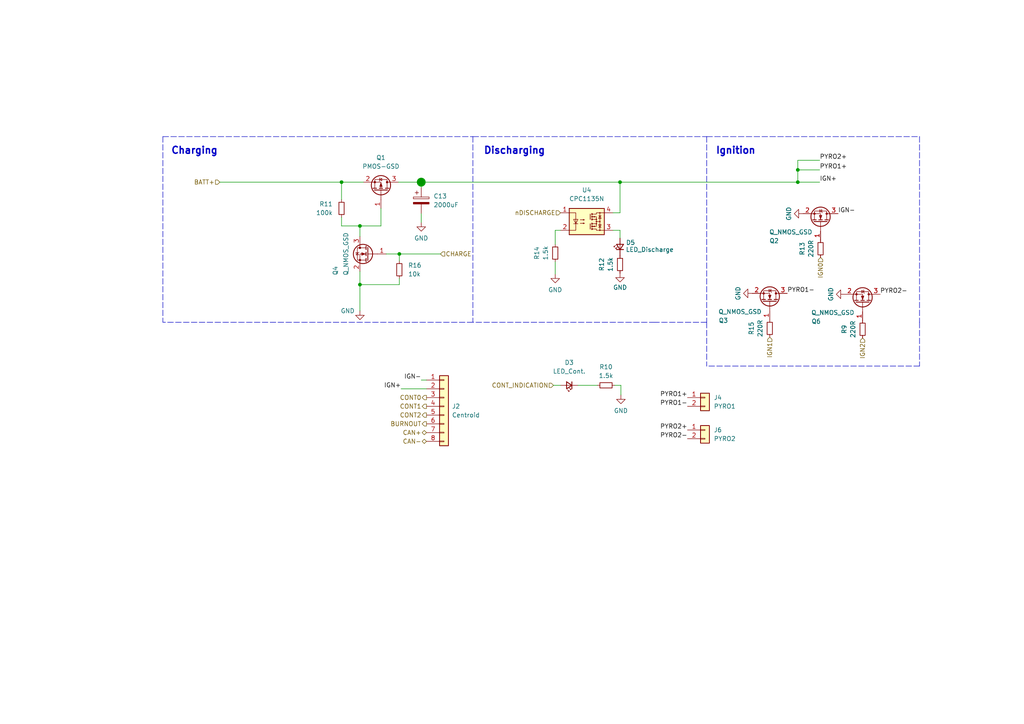
<source format=kicad_sch>
(kicad_sch (version 20210621) (generator eeschema)
  (paper "A4")
  (title_block (title "Badger-Pike: Engine Control Module") (date "2021-09-01") (rev "Rev. 4") (company "Badger"))
  (lib_symbols
    (symbol "Connector_Generic:Conn_01x02" (pin_names (offset 1.016) hide)
      (property "Reference" "J" (at 0 2.54 0))
      (property "Value" "Conn_01x02" (at 0 -5.08 0))
      (symbol "Conn_01x02_1_1"
        (rectangle (start -1.27 -2.413) (end 0 -2.667) (stroke (width 0.1524)))
        (rectangle (start -1.27 0.127) (end 0 -0.127) (stroke (width 0.1524)))
        (rectangle (start -1.27 1.27) (end 1.27 -3.81) (stroke (width 0.254)) (fill (type background)))
        (pin passive line (at -5.08 0 0) (length 3.81) (name "Pin_1") (number "1"))
        (pin passive line (at -5.08 -2.54 0) (length 3.81) (name "Pin_2") (number "2"))
      )
    )
    (symbol "Connector_Generic:Conn_01x08" (pin_names (offset 1.016) hide)
      (property "Reference" "J" (at 0 10.16 0))
      (property "Value" "Conn_01x08" (at 0 -12.7 0))
      (symbol "Conn_01x08_1_1"
        (rectangle (start -1.27 -10.033) (end 0 -10.287) (stroke (width 0.1524)))
        (rectangle (start -1.27 -7.493) (end 0 -7.747) (stroke (width 0.1524)))
        (rectangle (start -1.27 -4.953) (end 0 -5.207) (stroke (width 0.1524)))
        (rectangle (start -1.27 -2.413) (end 0 -2.667) (stroke (width 0.1524)))
        (rectangle (start -1.27 0.127) (end 0 -0.127) (stroke (width 0.1524)))
        (rectangle (start -1.27 2.667) (end 0 2.413) (stroke (width 0.1524)))
        (rectangle (start -1.27 5.207) (end 0 4.953) (stroke (width 0.1524)))
        (rectangle (start -1.27 7.747) (end 0 7.493) (stroke (width 0.1524)))
        (rectangle (start -1.27 8.89) (end 1.27 -11.43) (stroke (width 0.254)) (fill (type background)))
        (pin passive line (at -5.08 7.62 0) (length 3.81) (name "Pin_1") (number "1"))
        (pin passive line (at -5.08 5.08 0) (length 3.81) (name "Pin_2") (number "2"))
        (pin passive line (at -5.08 2.54 0) (length 3.81) (name "Pin_3") (number "3"))
        (pin passive line (at -5.08 0 0) (length 3.81) (name "Pin_4") (number "4"))
        (pin passive line (at -5.08 -2.54 0) (length 3.81) (name "Pin_5") (number "5"))
        (pin passive line (at -5.08 -5.08 0) (length 3.81) (name "Pin_6") (number "6"))
        (pin passive line (at -5.08 -7.62 0) (length 3.81) (name "Pin_7") (number "7"))
        (pin passive line (at -5.08 -10.16 0) (length 3.81) (name "Pin_8") (number "8"))
      )
    )
    (symbol "Device:C_Polarized" (pin_numbers hide) (pin_names (offset 0.254))
      (property "Reference" "C" (at 0.635 2.54 0))
      (property "Value" "C_Polarized" (at 0.635 -2.54 0))
      (symbol "C_Polarized_0_1"
        (rectangle (start -2.286 0.508) (end 2.286 1.016))
        (rectangle (start 2.286 -0.508) (end -2.286 -1.016) (fill (type outline)))
        (polyline (pts (xy -1.778 2.286) (xy -0.762 2.286)))
        (polyline (pts (xy -1.27 2.794) (xy -1.27 1.778)))
      )
      (symbol "C_Polarized_1_1"
        (pin passive line (at 0 3.81 270) (length 2.794) (name "~") (number "1"))
        (pin passive line (at 0 -3.81 90) (length 2.794) (name "~") (number "2"))
      )
    )
    (symbol "Device:LED_Small" (pin_numbers hide) (pin_names (offset 0.254) hide)
      (property "Reference" "D" (at -1.27 3.175 0))
      (property "Value" "LED_Small" (at -4.445 -2.54 0))
      (symbol "LED_Small_0_1"
        (polyline (pts (xy -0.762 -1.016) (xy -0.762 1.016)) (stroke (width 0.254)))
        (polyline (pts (xy 1.016 0) (xy -0.762 0)))
        (polyline (pts (xy 0.762 -1.016) (xy -0.762 0) (xy 0.762 1.016) (xy 0.762 -1.016)) (stroke (width 0.254)))
        (polyline (pts (xy 0 0.762) (xy -0.508 1.27) (xy -0.254 1.27) (xy -0.508 1.27) (xy -0.508 1.016)))
        (polyline (pts (xy 0.508 1.27) (xy 0 1.778) (xy 0.254 1.778) (xy 0 1.778) (xy 0 1.524)))
      )
      (symbol "LED_Small_1_1"
        (pin passive line (at -2.54 0 0) (length 1.778) (name "K") (number "1"))
        (pin passive line (at 2.54 0 180) (length 1.778) (name "A") (number "2"))
      )
    )
    (symbol "Device:Q_NMOS_GSD" (pin_names (offset 0) hide)
      (property "Reference" "Q" (at 5.08 1.27 0))
      (property "Value" "Q_NMOS_GSD" (at 5.08 -1.27 0))
      (symbol "Q_NMOS_GSD_0_1"
        (circle (center 1.651 0) (radius 2.794) (stroke (width 0.254)))
        (circle (center 2.54 -1.778) (radius 0.254) (fill (type outline)))
        (circle (center 2.54 1.778) (radius 0.254) (fill (type outline)))
        (polyline (pts (xy 0.254 0) (xy -2.54 0)))
        (polyline (pts (xy 0.254 1.905) (xy 0.254 -1.905)) (stroke (width 0.254)))
        (polyline (pts (xy 0.762 -1.27) (xy 0.762 -2.286)) (stroke (width 0.254)))
        (polyline (pts (xy 0.762 0.508) (xy 0.762 -0.508)) (stroke (width 0.254)))
        (polyline (pts (xy 0.762 2.286) (xy 0.762 1.27)) (stroke (width 0.254)))
        (polyline (pts (xy 2.54 2.54) (xy 2.54 1.778)))
        (polyline (pts (xy 2.54 -2.54) (xy 2.54 0) (xy 0.762 0)))
        (polyline (pts (xy 0.762 -1.778) (xy 3.302 -1.778) (xy 3.302 1.778) (xy 0.762 1.778)))
        (polyline (pts (xy 2.794 0.508) (xy 2.921 0.381) (xy 3.683 0.381) (xy 3.81 0.254)))
        (polyline (pts (xy 3.302 0.381) (xy 2.921 -0.254) (xy 3.683 -0.254) (xy 3.302 0.381)))
        (polyline (pts (xy 1.016 0) (xy 2.032 0.381) (xy 2.032 -0.381) (xy 1.016 0)) (fill (type outline)))
      )
      (symbol "Q_NMOS_GSD_1_1"
        (pin input line (at -5.08 0 0) (length 2.54) (name "G") (number "1"))
        (pin passive line (at 2.54 -5.08 90) (length 2.54) (name "S") (number "2"))
        (pin passive line (at 2.54 5.08 270) (length 2.54) (name "D") (number "3"))
      )
    )
    (symbol "Device:Q_PMOS_GSD" (pin_names (offset 0) hide)
      (property "Reference" "Q" (at 5.08 1.27 0))
      (property "Value" "Q_PMOS_GSD" (at 5.08 -1.27 0))
      (symbol "Q_PMOS_GSD_0_1"
        (circle (center 1.651 0) (radius 2.794) (stroke (width 0.254)))
        (circle (center 2.54 -1.778) (radius 0.254) (fill (type outline)))
        (circle (center 2.54 1.778) (radius 0.254) (fill (type outline)))
        (polyline (pts (xy 0.254 0) (xy -2.54 0)))
        (polyline (pts (xy 0.254 1.905) (xy 0.254 -1.905)) (stroke (width 0.254)))
        (polyline (pts (xy 0.762 -1.27) (xy 0.762 -2.286)) (stroke (width 0.254)))
        (polyline (pts (xy 0.762 0.508) (xy 0.762 -0.508)) (stroke (width 0.254)))
        (polyline (pts (xy 0.762 2.286) (xy 0.762 1.27)) (stroke (width 0.254)))
        (polyline (pts (xy 2.54 2.54) (xy 2.54 1.778)))
        (polyline (pts (xy 2.54 -2.54) (xy 2.54 0) (xy 0.762 0)))
        (polyline (pts (xy 0.762 1.778) (xy 3.302 1.778) (xy 3.302 -1.778) (xy 0.762 -1.778)))
        (polyline (pts (xy 2.794 -0.508) (xy 2.921 -0.381) (xy 3.683 -0.381) (xy 3.81 -0.254)))
        (polyline (pts (xy 3.302 -0.381) (xy 2.921 0.254) (xy 3.683 0.254) (xy 3.302 -0.381)))
        (polyline (pts (xy 2.286 0) (xy 1.27 0.381) (xy 1.27 -0.381) (xy 2.286 0)) (fill (type outline)))
      )
      (symbol "Q_PMOS_GSD_1_1"
        (pin input line (at -5.08 0 0) (length 2.54) (name "G") (number "1"))
        (pin passive line (at 2.54 -5.08 90) (length 2.54) (name "S") (number "2"))
        (pin passive line (at 2.54 5.08 270) (length 2.54) (name "D") (number "3"))
      )
    )
    (symbol "Device:R_Small" (pin_numbers hide) (pin_names (offset 0.254) hide)
      (property "Reference" "R" (at 0.762 0.508 0))
      (property "Value" "R_Small" (at 0.762 -1.016 0))
      (symbol "R_Small_0_1"
        (rectangle (start -0.762 1.778) (end 0.762 -1.778) (stroke (width 0.2032)))
      )
      (symbol "R_Small_1_1"
        (pin passive line (at 0 2.54 270) (length 0.762) (name "~") (number "1"))
        (pin passive line (at 0 -2.54 90) (length 0.762) (name "~") (number "2"))
      )
    )
    (symbol "Relay_SolidState:CPC1117N"
      (property "Reference" "U" (at -5.08 5.08 0))
      (property "Value" "CPC1117N" (at 0 5.08 0))
      (symbol "CPC1117N_0_1"
        (circle (center 2.794 -0.635) (radius 0.127))
        (circle (center 2.794 0) (radius 0.127))
        (circle (center 2.794 0.635) (radius 0.127))
        (circle (center 3.81 -2.54) (radius 0.127))
        (circle (center 3.81 0) (radius 0.127))
        (circle (center 3.81 2.54) (radius 0.127))
        (rectangle (start -5.08 3.81) (end 5.08 -3.81) (stroke (width 0.254)) (fill (type background)))
        (polyline (pts (xy -3.81 -0.635) (xy -2.54 -0.635)))
        (polyline (pts (xy 1.016 -0.635) (xy 1.016 -2.159)) (stroke (width 0.2032)))
        (polyline (pts (xy 1.016 2.159) (xy 1.016 0.635)) (stroke (width 0.2032)))
        (polyline (pts (xy 1.524 -0.508) (xy 1.524 -0.762)) (stroke (width 0.3556)))
        (polyline (pts (xy 2.794 0) (xy 3.81 0)))
        (polyline (pts (xy 3.429 -1.651) (xy 4.191 -1.651)))
        (polyline (pts (xy 3.429 1.651) (xy 4.191 1.651)))
        (polyline (pts (xy 3.81 -2.54) (xy 3.81 2.54)))
        (polyline (pts (xy 1.524 -2.032) (xy 1.524 -2.286) (xy 1.524 -2.286)) (stroke (width 0.3556)))
        (polyline (pts (xy 1.524 -1.27) (xy 1.524 -1.524) (xy 1.524 -1.524)) (stroke (width 0.3556)))
        (polyline (pts (xy 1.524 0.762) (xy 1.524 0.508) (xy 1.524 0.508)) (stroke (width 0.3556)))
        (polyline (pts (xy 1.524 1.524) (xy 1.524 1.27) (xy 1.524 1.27)) (stroke (width 0.3556)))
        (polyline (pts (xy 1.524 2.286) (xy 1.524 2.032) (xy 1.524 2.032)) (stroke (width 0.3556)))
        (polyline (pts (xy 1.651 -1.397) (xy 2.794 -1.397) (xy 2.794 -0.635)))
        (polyline (pts (xy 1.651 1.397) (xy 2.794 1.397) (xy 2.794 0.635)))
        (polyline (pts (xy -5.08 2.54) (xy -3.175 2.54) (xy -3.175 -2.54) (xy -5.08 -2.54)))
        (polyline (pts (xy -3.175 -0.635) (xy -3.81 0.635) (xy -2.54 0.635) (xy -3.175 -0.635)))
        (polyline (pts (xy 1.651 -2.159) (xy 2.794 -2.159) (xy 2.794 -2.54) (xy 5.08 -2.54)))
        (polyline (pts (xy 1.651 -0.635) (xy 2.794 -0.635) (xy 2.794 0.635) (xy 1.651 0.635)))
        (polyline (pts (xy 1.651 2.159) (xy 2.794 2.159) (xy 2.794 2.54) (xy 5.08 2.54)))
        (polyline (pts (xy 1.778 -1.397) (xy 2.286 -1.27) (xy 2.286 -1.524) (xy 1.778 -1.397)))
        (polyline (pts (xy 1.778 1.397) (xy 2.286 1.524) (xy 2.286 1.27) (xy 1.778 1.397)))
        (polyline (pts (xy 3.81 -1.651) (xy 3.429 -0.889) (xy 4.191 -0.889) (xy 3.81 -1.651)))
        (polyline (pts (xy 3.81 1.651) (xy 3.429 0.889) (xy 4.191 0.889) (xy 3.81 1.651)))
        (polyline (pts (xy -1.905 -0.508) (xy -0.635 -0.508) (xy -1.016 -0.635) (xy -1.016 -0.381) (xy -0.635 -0.508)))
        (polyline (pts (xy -1.905 0.508) (xy -0.635 0.508) (xy -1.016 0.381) (xy -1.016 0.635) (xy -0.635 0.508)))
      )
      (symbol "CPC1117N_1_1"
        (pin passive line (at -7.62 2.54 0) (length 2.54) (name "~") (number "1"))
        (pin passive line (at -7.62 -2.54 0) (length 2.54) (name "~") (number "2"))
        (pin passive line (at 7.62 -2.54 180) (length 2.54) (name "~") (number "3"))
        (pin passive line (at 7.62 2.54 180) (length 2.54) (name "~") (number "4"))
      )
    )
    (symbol "power:GND" (power) (pin_names (offset 0))
      (property "Value" "GND" (at 0 -3.81 0))
      (symbol "GND_0_1"
        (polyline (pts (xy 0 0) (xy 0 -1.27) (xy 1.27 -1.27) (xy 0 -2.54) (xy -1.27 -1.27) (xy 0 -1.27)))
      )
      (symbol "GND_1_1"
        (pin power_in line (at 0 0 270) (length 0) hide (name "GND") (number "1"))
      )
    )
  )
  (junction (at 99.06 52.832) (diameter 0.9144))
  (junction (at 104.394 65.532) (diameter 0.9144))
  (junction (at 104.394 82.55) (diameter 0.9144))
  (junction (at 115.824 73.66) (diameter 0.9144))
  (junction (at 122.174 52.832) (diameter 2.4136))
  (junction (at 179.832 52.832) (diameter 0.9144))
  (junction (at 231.394 49.276))
  (junction (at 231.394 52.832) (diameter 0.9144))
  (wire (pts (xy 63.754 52.832) (xy 99.06 52.832)))
  (wire (pts (xy 99.06 52.832) (xy 99.06 57.912)))
  (wire (pts (xy 99.06 52.832) (xy 105.41 52.832)))
  (wire (pts (xy 99.06 62.992) (xy 99.06 65.532)))
  (wire (pts (xy 99.06 65.532) (xy 104.394 65.532)))
  (wire (pts (xy 104.394 65.532) (xy 110.49 65.532)))
  (wire (pts (xy 104.394 68.58) (xy 104.394 65.532)))
  (wire (pts (xy 104.394 82.55) (xy 104.394 78.74)))
  (wire (pts (xy 104.394 82.55) (xy 104.394 90.17)))
  (wire (pts (xy 104.394 82.55) (xy 115.824 82.55)))
  (wire (pts (xy 110.49 60.452) (xy 110.49 65.532)))
  (wire (pts (xy 112.014 73.66) (xy 115.824 73.66)))
  (wire (pts (xy 115.57 52.832) (xy 122.174 52.832)))
  (wire (pts (xy 115.824 73.66) (xy 127.762 73.66)))
  (wire (pts (xy 115.824 75.692) (xy 115.824 73.66)))
  (wire (pts (xy 115.824 80.772) (xy 115.824 82.55)))
  (wire (pts (xy 116.332 112.776) (xy 123.698 112.776)))
  (wire (pts (xy 122.174 52.832) (xy 122.174 54.356)))
  (wire (pts (xy 122.174 52.832) (xy 179.832 52.832)))
  (wire (pts (xy 122.174 61.976) (xy 122.174 64.516)))
  (wire (pts (xy 122.174 110.236) (xy 123.698 110.236)))
  (wire (pts (xy 160.528 111.76) (xy 162.56 111.76)))
  (wire (pts (xy 161.036 66.802) (xy 162.56 66.802)))
  (wire (pts (xy 161.036 70.866) (xy 161.036 66.802)))
  (wire (pts (xy 161.036 75.946) (xy 161.036 79.502)))
  (wire (pts (xy 167.64 111.76) (xy 173.228 111.76)))
  (wire (pts (xy 177.8 61.722) (xy 179.832 61.722)))
  (wire (pts (xy 177.8 66.802) (xy 179.832 66.802)))
  (wire (pts (xy 179.832 52.832) (xy 231.394 52.832)))
  (wire (pts (xy 179.832 61.722) (xy 179.832 52.832)))
  (wire (pts (xy 179.832 66.802) (xy 179.832 69.088)))
  (wire (pts (xy 180.086 111.76) (xy 178.308 111.76)))
  (wire (pts (xy 180.086 114.554) (xy 180.086 111.76)))
  (wire (pts (xy 231.394 46.482) (xy 231.394 49.276)))
  (wire (pts (xy 231.394 49.276) (xy 231.394 52.832)))
  (wire (pts (xy 231.394 52.832) (xy 237.744 52.832)))
  (wire (pts (xy 237.744 46.482) (xy 231.394 46.482)))
  (wire (pts (xy 237.744 49.276) (xy 231.394 49.276)))
  (polyline (pts (xy 47.244 39.624) (xy 47.244 93.472)) (stroke (width 0) (type dash)))
  (polyline (pts (xy 47.244 39.624) (xy 137.16 39.624)) (stroke (width 0) (type dash)))
  (polyline (pts (xy 137.16 39.624) (xy 137.16 93.472)) (stroke (width 0) (type dash)))
  (polyline (pts (xy 137.16 39.624) (xy 189.992 39.624)) (stroke (width 0) (type dash)))
  (polyline (pts (xy 137.16 93.472) (xy 47.244 93.472)) (stroke (width 0) (type dash)))
  (polyline (pts (xy 189.992 39.624) (xy 204.978 39.624)) (stroke (width 0) (type dash)))
  (polyline (pts (xy 189.992 93.472) (xy 137.16 93.472)) (stroke (width 0) (type dash)))
  (polyline (pts (xy 204.978 39.624) (xy 204.978 93.472)) (stroke (width 0) (type dash)))
  (polyline (pts (xy 204.978 39.624) (xy 266.7 39.624)) (stroke (width 0) (type dash)))
  (polyline (pts (xy 204.978 93.472) (xy 189.992 93.472)) (stroke (width 0) (type dash)))
  (polyline (pts (xy 204.978 93.472) (xy 204.978 106.172)) (stroke (width 0) (type dash)))
  (polyline (pts (xy 266.7 39.624) (xy 266.7 93.472)) (stroke (width 0) (type dash)))
  (polyline (pts (xy 266.7 93.472) (xy 266.7 106.172)) (stroke (width 0) (type dash)))
  (polyline (pts (xy 266.7 106.172) (xy 204.978 106.172)) (stroke (width 0) (type dash)))
  (text "Charging" (at 49.53 44.958 0) (effects (font (size 2 2) (thickness 0.4) bold) (justify left bottom)))
  (text "Discharging" (at 140.208 44.958 0) (effects (font (size 2 2) (thickness 0.4) bold) (justify left bottom)))
  (text "Ignition" (at 207.518 44.958 0) (effects (font (size 2 2) (thickness 0.4) bold) (justify left bottom)))
  (label "IGN+" (at 116.332 112.776 180))
  (label "IGN-" (at 122.174 110.236 180))
  (label "PYRO1+" (at 199.39 115.316 180))
  (label "PYRO1-" (at 199.39 117.856 180))
  (label "PYRO2+" (at 199.39 124.714 180))
  (label "PYRO2-" (at 199.39 127.254 180))
  (label "PYRO1-" (at 228.346 85.09 0))
  (label "PYRO2+" (at 237.744 46.482 0))
  (label "PYRO1+" (at 237.744 49.276 0))
  (label "IGN+" (at 237.744 52.832 0))
  (label "IGN-" (at 243.078 61.976 0))
  (label "PYRO2-" (at 255.27 85.344 0))
  (hierarchical_label "BATT+" (shape input) (at 63.754 52.832 180))
  (hierarchical_label "CONT0" (shape output) (at 123.698 115.316 180))
  (hierarchical_label "CONT1" (shape output) (at 123.698 117.856 180))
  (hierarchical_label "CONT2" (shape output) (at 123.698 120.396 180))
  (hierarchical_label "BURNOUT" (shape output) (at 123.698 122.936 180))
  (hierarchical_label "CAN+" (shape bidirectional) (at 123.698 125.476 180))
  (hierarchical_label "CAN-" (shape bidirectional) (at 123.698 128.016 180))
  (hierarchical_label "CHARGE" (shape input) (at 127.762 73.66 0))
  (hierarchical_label "CONT_INDICATION" (shape input) (at 160.528 111.76 180))
  (hierarchical_label "nDISCHARGE" (shape input) (at 162.56 61.722 180))
  (hierarchical_label "IGN1" (shape input) (at 223.266 97.79 270))
  (hierarchical_label "IGN0" (shape input) (at 237.998 74.676 270))
  (hierarchical_label "IGN2" (shape input) (at 250.19 98.044 270))
  (symbol (lib_id "power:GND") (at 104.394 90.17 0) (unit 1)
    (property "Reference" "#PWR026" (effects hide))
    (property "Value" "GND" (at 100.838 90.17 0))
  )
  (symbol (lib_id "power:GND") (at 122.174 64.516 0) (unit 1)
    (property "Reference" "#PWR023" (effects hide))
    (property "Value" "GND" (at 122.174 69.088 0))
  )
  (symbol (lib_id "power:GND") (at 161.036 79.502 0) (unit 1)
    (property "Reference" "#PWR024" (effects hide))
    (property "Value" "GND" (at 161.036 84.074 0))
  )
  (symbol (lib_id "power:GND") (at 179.832 79.248 0) (unit 1)
    (property "Reference" "#PWR025" (effects hide))
    (property "Value" "GND" (at 177.8 83.3754 0) (effects (justify left)))
  )
  (symbol (lib_id "power:GND") (at 180.086 114.554 0) (unit 1)
    (property "Reference" "#PWR020" (effects hide))
    (property "Value" "GND" (at 180.086 119.126 0))
  )
  (symbol (lib_id "power:GND") (at 218.186 85.09 270) (unit 1)
    (property "Reference" "#PWR022" (effects hide))
    (property "Value" "GND" (at 214.0586 83.058 0) (effects (justify left)))
  )
  (symbol (lib_id "power:GND") (at 232.918 61.976 270) (unit 1)
    (property "Reference" "#PWR019" (effects hide))
    (property "Value" "GND" (at 228.7906 59.944 0) (effects (justify left)))
  )
  (symbol (lib_id "power:GND") (at 245.11 85.344 270) (unit 1)
    (property "Reference" "#PWR027" (effects hide))
    (property "Value" "GND" (at 240.9826 83.312 0) (effects (justify left)))
  )
  (symbol (lib_id "Device:R_Small") (at 99.06 60.452 0) (mirror x) (unit 1)
    (property "Reference" "R11" (at 96.52 59.1819 0) (effects (justify right)))
    (property "Value" "100k" (at 96.52 61.7219 0) (effects (justify right)))
    (property "Footprint" "Resistor_SMD:R_0402_1005Metric" (effects hide))
  )
  (symbol (lib_id "Device:R_Small") (at 115.824 78.232 0) (unit 1)
    (property "Reference" "R16" (at 118.364 76.9619 0) (effects (justify left)))
    (property "Value" "10k" (at 118.364 79.5019 0) (effects (justify left)))
    (property "Footprint" "Resistor_SMD:R_0402_1005Metric" (effects hide))
  )
  (symbol (lib_id "Device:R_Small") (at 161.036 73.406 0) (mirror x) (unit 1)
    (property "Reference" "R14" (at 155.702 73.406 90))
    (property "Value" "1.5k" (at 158.242 73.406 90))
    (property "Footprint" "Resistor_SMD:R_0402_1005Metric" (effects hide))
  )
  (symbol (lib_id "Device:R_Small") (at 175.768 111.76 90) (mirror x) (unit 1)
    (property "Reference" "R10" (at 175.768 106.426 90))
    (property "Value" "1.5k" (at 175.768 108.966 90))
    (property "Footprint" "Resistor_SMD:R_0402_1005Metric" (effects hide))
  )
  (symbol (lib_id "Device:R_Small") (at 179.832 76.708 0) (mirror x) (unit 1)
    (property "Reference" "R12" (at 174.498 76.708 90))
    (property "Value" "1.5k" (at 177.038 76.708 90))
    (property "Footprint" "Resistor_SMD:R_0402_1005Metric" (effects hide))
  )
  (symbol (lib_id "Device:R_Small") (at 223.266 95.25 180) (unit 1)
    (property "Reference" "R15" (at 217.932 95.25 90))
    (property "Value" "220R" (at 220.472 95.25 90))
    (property "Footprint" "Resistor_SMD:R_0402_1005Metric" (effects hide))
  )
  (symbol (lib_id "Device:R_Small") (at 237.998 72.136 180) (unit 1)
    (property "Reference" "R13" (at 232.664 72.136 90))
    (property "Value" "220R" (at 235.204 72.136 90))
    (property "Footprint" "Resistor_SMD:R_0402_1005Metric" (effects hide))
  )
  (symbol (lib_id "Device:R_Small") (at 250.19 95.504 180) (unit 1)
    (property "Reference" "R9" (at 244.856 95.504 90))
    (property "Value" "220R" (at 247.396 95.504 90))
    (property "Footprint" "Resistor_SMD:R_0402_1005Metric" (effects hide))
  )
  (symbol (lib_id "Device:LED_Small") (at 165.1 111.76 180) (unit 1)
    (property "Reference" "D3" (at 165.1 105.156 0))
    (property "Value" "LED_Cont." (at 165.1 107.696 0))
    (property "Footprint" "LED_SMD:LED_0603_1608Metric" (effects hide))
  )
  (symbol (lib_id "Device:LED_Small") (at 179.832 71.628 90) (unit 1)
    (property "Reference" "D5" (at 182.88 70.358 90))
    (property "Value" "LED_Discharge" (at 188.468 72.39 90))
    (property "Footprint" "LED_SMD:LED_0603_1608Metric" (effects hide))
  )
  (symbol (lib_id "Connector_Generic:Conn_01x02") (at 204.47 115.316 0) (unit 1)
    (property "Reference" "J4" (at 207.01 115.3159 0) (effects (justify left)))
    (property "Value" "PYRO1" (at 207.01 117.8559 0) (effects (justify left)))
    (property "Footprint" "Connector_PinHeader_2.54mm:PinHeader_1x02_P2.54mm_Vertical_SMD_Pin1Left" (effects hide))
  )
  (symbol (lib_id "Connector_Generic:Conn_01x02") (at 204.47 124.714 0) (unit 1)
    (property "Reference" "J6" (at 207.01 124.7139 0) (effects (justify left)))
    (property "Value" "PYRO2" (at 207.01 127.2539 0) (effects (justify left)))
    (property "Footprint" "Connector_PinHeader_2.54mm:PinHeader_1x02_P2.54mm_Vertical_SMD_Pin1Left" (effects hide))
  )
  (symbol (lib_id "Device:C_Polarized") (at 122.174 58.166 0) (unit 1)
    (property "Reference" "C13" (at 125.73 56.8959 0) (effects (justify left)))
    (property "Value" "2000uF" (at 125.73 59.4359 0) (effects (justify left)))
    (property "Footprint" "Capacitor_THT:CP_Radial_D12.5mm_P5.00mm" (effects hide))
  )
  (symbol (lib_id "Device:Q_NMOS_GSD") (at 106.934 73.66 0) (mirror y) (unit 1)
    (property "Reference" "Q4" (at 97.282 78.486 90))
    (property "Value" "Q_NMOS_GSD" (at 100.33 73.66 90))
    (property "Footprint" "Package_TO_SOT_SMD:SOT-23" (effects hide))
  )
  (symbol (lib_id "Device:Q_PMOS_GSD") (at 110.49 55.372 270) (mirror x) (unit 1)
    (property "Reference" "Q1" (at 110.49 45.72 90))
    (property "Value" "PMOS-GSD" (at 110.49 48.26 90))
    (property "Footprint" "Package_TO_SOT_SMD:SOT-23" (effects hide))
  )
  (symbol (lib_id "Device:Q_NMOS_GSD") (at 223.266 87.63 270) (mirror x) (unit 1)
    (property "Reference" "Q3" (at 209.804 92.964 90))
    (property "Value" "Q_NMOS_GSD" (at 214.63 90.424 90))
    (property "Footprint" "Package_TO_SOT_SMD:SOT-23" (effects hide))
  )
  (symbol (lib_id "Device:Q_NMOS_GSD") (at 237.998 64.516 270) (mirror x) (unit 1)
    (property "Reference" "Q2" (at 224.536 69.85 90))
    (property "Value" "Q_NMOS_GSD" (at 229.362 67.31 90))
    (property "Footprint" "Package_TO_SOT_SMD:SOT-23" (effects hide))
  )
  (symbol (lib_id "Device:Q_NMOS_GSD") (at 250.19 87.884 270) (mirror x) (unit 1)
    (property "Reference" "Q6" (at 236.728 93.218 90))
    (property "Value" "Q_NMOS_GSD" (at 241.554 90.678 90))
    (property "Footprint" "Package_TO_SOT_SMD:SOT-23" (effects hide))
  )
  (symbol (lib_id "Relay_SolidState:CPC1117N") (at 170.18 64.262 0) (unit 1)
    (property "Reference" "U4" (at 170.18 55.118 0))
    (property "Value" "CPC1135N" (at 170.18 57.658 0))
    (property "Footprint" "Package_SO:SOP-4_3.8x4.1mm_P2.54mm" (effects hide))
    (property "Datasheet" "http://www.ixysic.com/home/pdfs.nsf/www/CPC1117N.pdf/$file/CPC1117N.pdf" (effects hide))
  )
  (symbol (lib_id "Connector_Generic:Conn_01x08") (at 128.778 117.856 0) (unit 1)
    (property "Reference" "J2" (at 131.064 117.8559 0) (effects (justify left)))
    (property "Value" "Centroid" (at 131.064 120.3959 0) (effects (justify left)))
    (property "Footprint" "badger-connectors:CentroidPad-8-13mm" (effects hide))
  )
)
</source>
